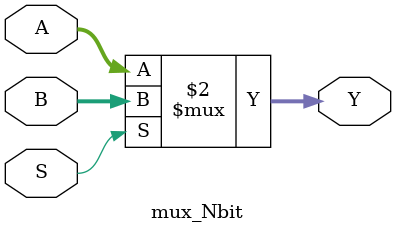
<source format=sv>
module mux_Nbit #(parameter N = 8) (
    input [N-1:0] A, B,  //N-bit inputs
    output [N-1:0] Y,    //N-bit output
    input S              //select signal
);
    assign Y = (S == 0) ? A : B;
endmodule

</source>
